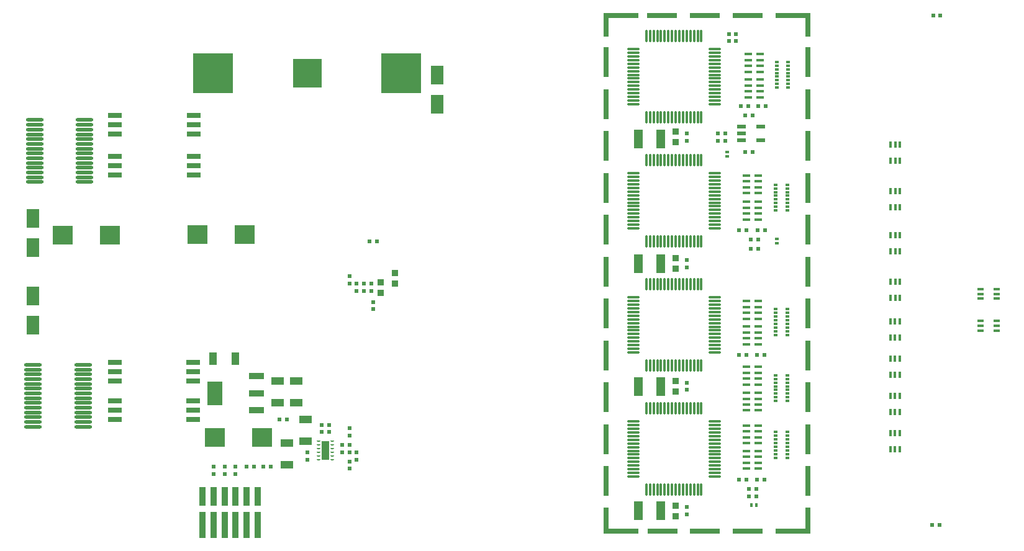
<source format=gbp>
G04*
G04 #@! TF.GenerationSoftware,Altium Limited,Altium Designer,19.0.15 (446)*
G04*
G04 Layer_Color=128*
%FSLAX25Y25*%
%MOIN*%
G70*
G01*
G75*
%ADD28R,0.03740X0.03740*%
%ADD29R,0.02362X0.01968*%
%ADD30R,0.01968X0.02362*%
%ADD32R,0.03543X0.01575*%
%ADD33R,0.06693X0.09843*%
%ADD34R,0.03937X0.07087*%
%ADD91R,0.03937X0.10433*%
G04:AMPARAMS|DCode=92|XSize=19.68mil|YSize=9.84mil|CornerRadius=2.46mil|HoleSize=0mil|Usage=FLASHONLY|Rotation=180.000|XOffset=0mil|YOffset=0mil|HoleType=Round|Shape=RoundedRectangle|*
%AMROUNDEDRECTD92*
21,1,0.01968,0.00492,0,0,180.0*
21,1,0.01476,0.00984,0,0,180.0*
1,1,0.00492,-0.00738,0.00246*
1,1,0.00492,0.00738,0.00246*
1,1,0.00492,0.00738,-0.00246*
1,1,0.00492,-0.00738,-0.00246*
%
%ADD92ROUNDEDRECTD92*%
%ADD93O,0.07087X0.01181*%
%ADD94O,0.01181X0.07087*%
%ADD95R,0.04921X0.01968*%
%ADD96R,0.08268X0.12598*%
%ADD97R,0.08268X0.03543*%
%ADD98R,0.07520X0.02992*%
%ADD99R,0.03000X0.16000*%
%ADD100R,0.15900X0.03000*%
%ADD101R,0.03000X0.12500*%
%ADD102R,0.19000X0.03000*%
%ADD103R,0.01575X0.03543*%
%ADD104O,0.09449X0.01772*%
%ADD105R,0.21654X0.21654*%
%ADD106R,0.15748X0.15748*%
%ADD107R,0.10906X0.10039*%
%ADD108R,0.02362X0.01181*%
%ADD109R,0.04724X0.09843*%
%ADD110R,0.03937X0.01575*%
%ADD111R,0.07087X0.03937*%
%ADD112R,0.03347X0.10433*%
%ADD113R,0.03347X0.13976*%
%ADD114R,0.02362X0.01575*%
%ADD115R,0.01575X0.02362*%
D28*
X400138Y386717D02*
D03*
Y392425D02*
D03*
Y318705D02*
D03*
Y324413D02*
D03*
Y252760D02*
D03*
Y258469D02*
D03*
Y185831D02*
D03*
Y191539D02*
D03*
X241673Y311618D02*
D03*
Y305909D02*
D03*
X249547Y316539D02*
D03*
Y310831D02*
D03*
D29*
X443763Y205400D02*
D03*
X447700D02*
D03*
X443863Y272300D02*
D03*
X447800D02*
D03*
X444063Y339500D02*
D03*
X448000D02*
D03*
X444400Y406200D02*
D03*
X448337D02*
D03*
X438000Y205400D02*
D03*
X434063D02*
D03*
X438000Y272300D02*
D03*
X434063D02*
D03*
X438000Y339500D02*
D03*
X434063D02*
D03*
X439000Y406200D02*
D03*
X435063D02*
D03*
X444437Y329600D02*
D03*
X440500D02*
D03*
X441476Y401284D02*
D03*
X437539D02*
D03*
X441476Y381598D02*
D03*
X437539D02*
D03*
X439508Y200496D02*
D03*
X443445D02*
D03*
X210177Y234945D02*
D03*
X214114D02*
D03*
X239705Y333370D02*
D03*
X235768D02*
D03*
X538327Y454827D02*
D03*
X542264D02*
D03*
X537933Y181205D02*
D03*
X541870D02*
D03*
X440492Y334354D02*
D03*
X444429D02*
D03*
X439508Y196559D02*
D03*
X443445D02*
D03*
X169823Y212307D02*
D03*
X173760D02*
D03*
X178681D02*
D03*
X182618D02*
D03*
X187539Y237898D02*
D03*
X191476D02*
D03*
X210177Y231008D02*
D03*
X214114D02*
D03*
D30*
X406043Y387504D02*
D03*
Y391441D02*
D03*
Y319590D02*
D03*
Y323528D02*
D03*
Y253646D02*
D03*
Y257583D02*
D03*
Y186716D02*
D03*
Y190654D02*
D03*
X422776Y391441D02*
D03*
Y387504D02*
D03*
X432500Y444900D02*
D03*
Y440963D02*
D03*
X202303Y216244D02*
D03*
Y220181D02*
D03*
X224941Y224118D02*
D03*
Y220181D02*
D03*
X221004D02*
D03*
Y224118D02*
D03*
X232815Y310732D02*
D03*
Y306795D02*
D03*
X236752Y310732D02*
D03*
Y306795D02*
D03*
X224941Y310732D02*
D03*
Y314669D02*
D03*
X237736Y296953D02*
D03*
Y300890D02*
D03*
X163917Y208370D02*
D03*
Y212307D02*
D03*
X158012Y208370D02*
D03*
Y212307D02*
D03*
X152106Y208370D02*
D03*
Y212307D02*
D03*
X426713Y391441D02*
D03*
Y387504D02*
D03*
X428700Y441000D02*
D03*
Y444937D02*
D03*
X224941Y211323D02*
D03*
Y215260D02*
D03*
X228878Y220181D02*
D03*
Y216244D02*
D03*
X224941Y229039D02*
D03*
Y232976D02*
D03*
X228878Y306795D02*
D03*
Y310732D02*
D03*
D32*
X563756Y290713D02*
D03*
Y288154D02*
D03*
Y285595D02*
D03*
X572417D02*
D03*
Y288154D02*
D03*
Y290713D02*
D03*
Y307839D02*
D03*
Y305279D02*
D03*
Y302720D02*
D03*
X563756D02*
D03*
Y305279D02*
D03*
Y307839D02*
D03*
D33*
X55256Y345772D02*
D03*
Y330024D02*
D03*
X272185Y422937D02*
D03*
Y407189D02*
D03*
X55256Y304039D02*
D03*
Y288291D02*
D03*
D34*
X151894Y270300D02*
D03*
X163706D02*
D03*
D91*
X212146Y221165D02*
D03*
D92*
X215886Y216213D02*
D03*
Y218181D02*
D03*
Y220150D02*
D03*
Y222118D02*
D03*
Y224087D02*
D03*
Y226055D02*
D03*
X208405D02*
D03*
Y224087D02*
D03*
Y222118D02*
D03*
Y220150D02*
D03*
Y218181D02*
D03*
Y216213D02*
D03*
D93*
X421004Y436717D02*
D03*
Y434748D02*
D03*
Y432780D02*
D03*
Y430811D02*
D03*
Y428843D02*
D03*
Y426874D02*
D03*
Y424905D02*
D03*
Y422937D02*
D03*
Y420968D02*
D03*
Y419000D02*
D03*
Y417031D02*
D03*
Y415063D02*
D03*
Y413095D02*
D03*
Y411126D02*
D03*
Y409158D02*
D03*
Y407189D02*
D03*
X377303D02*
D03*
Y409158D02*
D03*
Y411126D02*
D03*
Y413095D02*
D03*
Y415063D02*
D03*
Y417031D02*
D03*
Y419000D02*
D03*
Y420968D02*
D03*
Y422937D02*
D03*
Y424905D02*
D03*
Y426874D02*
D03*
Y428843D02*
D03*
Y430811D02*
D03*
Y432780D02*
D03*
Y434748D02*
D03*
Y436717D02*
D03*
X421004Y236669D02*
D03*
Y234701D02*
D03*
Y232732D02*
D03*
Y230764D02*
D03*
Y228795D02*
D03*
Y226827D02*
D03*
Y224858D02*
D03*
Y222890D02*
D03*
Y220921D02*
D03*
Y218953D02*
D03*
Y216984D02*
D03*
Y215016D02*
D03*
Y213047D02*
D03*
Y211079D02*
D03*
Y209110D02*
D03*
Y207142D02*
D03*
X377303D02*
D03*
Y209110D02*
D03*
Y211079D02*
D03*
Y213047D02*
D03*
Y215016D02*
D03*
Y216984D02*
D03*
Y218953D02*
D03*
Y220921D02*
D03*
Y222890D02*
D03*
Y224858D02*
D03*
Y226827D02*
D03*
Y228795D02*
D03*
Y230764D02*
D03*
Y232732D02*
D03*
Y234701D02*
D03*
Y236669D02*
D03*
X421004Y303352D02*
D03*
Y301383D02*
D03*
Y299415D02*
D03*
Y297446D02*
D03*
Y295478D02*
D03*
Y293509D02*
D03*
Y291541D02*
D03*
Y289572D02*
D03*
Y287604D02*
D03*
Y285635D02*
D03*
Y283667D02*
D03*
Y281698D02*
D03*
Y279730D02*
D03*
Y277761D02*
D03*
Y275793D02*
D03*
Y273824D02*
D03*
X377303D02*
D03*
Y275793D02*
D03*
Y277761D02*
D03*
Y279730D02*
D03*
Y281698D02*
D03*
Y283667D02*
D03*
Y285635D02*
D03*
Y287604D02*
D03*
Y289572D02*
D03*
Y291541D02*
D03*
Y293509D02*
D03*
Y295478D02*
D03*
Y297446D02*
D03*
Y299415D02*
D03*
Y301383D02*
D03*
Y303352D02*
D03*
X421004Y370034D02*
D03*
Y368066D02*
D03*
Y366097D02*
D03*
Y364129D02*
D03*
Y362160D02*
D03*
Y360192D02*
D03*
Y358223D02*
D03*
Y356255D02*
D03*
Y354286D02*
D03*
Y352318D02*
D03*
Y350349D02*
D03*
Y348381D02*
D03*
Y346412D02*
D03*
Y344444D02*
D03*
Y342475D02*
D03*
Y340507D02*
D03*
X377303D02*
D03*
Y342475D02*
D03*
Y344444D02*
D03*
Y346412D02*
D03*
Y348381D02*
D03*
Y350349D02*
D03*
Y352318D02*
D03*
Y354286D02*
D03*
Y356255D02*
D03*
Y358223D02*
D03*
Y360192D02*
D03*
Y362160D02*
D03*
Y364129D02*
D03*
Y366097D02*
D03*
Y368066D02*
D03*
Y370034D02*
D03*
D94*
X413917Y400102D02*
D03*
X411949D02*
D03*
X409980D02*
D03*
X408012D02*
D03*
X406043D02*
D03*
X404075D02*
D03*
X402106D02*
D03*
X400138D02*
D03*
X398169D02*
D03*
X396201D02*
D03*
X394232D02*
D03*
X392264D02*
D03*
X390295D02*
D03*
X388327D02*
D03*
X386358D02*
D03*
X384390D02*
D03*
Y443803D02*
D03*
X386358D02*
D03*
X388327D02*
D03*
X390295D02*
D03*
X392264D02*
D03*
X394232D02*
D03*
X396201D02*
D03*
X398169D02*
D03*
X400138D02*
D03*
X402106D02*
D03*
X404075D02*
D03*
X406043D02*
D03*
X408012D02*
D03*
X409980D02*
D03*
X411949D02*
D03*
X413917D02*
D03*
Y200055D02*
D03*
X411949D02*
D03*
X409980D02*
D03*
X408012D02*
D03*
X406043D02*
D03*
X404075D02*
D03*
X402106D02*
D03*
X400138D02*
D03*
X398169D02*
D03*
X396201D02*
D03*
X394232D02*
D03*
X392264D02*
D03*
X390295D02*
D03*
X388327D02*
D03*
X386358D02*
D03*
X384390D02*
D03*
Y243756D02*
D03*
X386358D02*
D03*
X388327D02*
D03*
X390295D02*
D03*
X392264D02*
D03*
X394232D02*
D03*
X396201D02*
D03*
X398169D02*
D03*
X400138D02*
D03*
X402106D02*
D03*
X404075D02*
D03*
X406043D02*
D03*
X408012D02*
D03*
X409980D02*
D03*
X411949D02*
D03*
X413917D02*
D03*
Y266738D02*
D03*
X411949D02*
D03*
X409980D02*
D03*
X408012D02*
D03*
X406043D02*
D03*
X404075D02*
D03*
X402106D02*
D03*
X400138D02*
D03*
X398169D02*
D03*
X396201D02*
D03*
X394232D02*
D03*
X392264D02*
D03*
X390295D02*
D03*
X388327D02*
D03*
X386358D02*
D03*
X384390D02*
D03*
Y310438D02*
D03*
X386358D02*
D03*
X388327D02*
D03*
X390295D02*
D03*
X392264D02*
D03*
X394232D02*
D03*
X396201D02*
D03*
X398169D02*
D03*
X400138D02*
D03*
X402106D02*
D03*
X404075D02*
D03*
X406043D02*
D03*
X408012D02*
D03*
X409980D02*
D03*
X411949D02*
D03*
X413917D02*
D03*
Y333420D02*
D03*
X411949D02*
D03*
X409980D02*
D03*
X408012D02*
D03*
X406043D02*
D03*
X404075D02*
D03*
X402106D02*
D03*
X400138D02*
D03*
X398169D02*
D03*
X396201D02*
D03*
X394232D02*
D03*
X392264D02*
D03*
X390295D02*
D03*
X388327D02*
D03*
X386358D02*
D03*
X384390D02*
D03*
Y377121D02*
D03*
X386358D02*
D03*
X388327D02*
D03*
X390295D02*
D03*
X392264D02*
D03*
X394232D02*
D03*
X396201D02*
D03*
X398169D02*
D03*
X400138D02*
D03*
X402106D02*
D03*
X404075D02*
D03*
X406043D02*
D03*
X408012D02*
D03*
X409980D02*
D03*
X411949D02*
D03*
X413917D02*
D03*
D95*
X445886Y395181D02*
D03*
Y387701D02*
D03*
X435571Y395181D02*
D03*
Y391441D02*
D03*
Y387701D02*
D03*
D96*
X152680Y251900D02*
D03*
D97*
X175120Y242845D02*
D03*
Y251900D02*
D03*
Y260955D02*
D03*
D98*
X98957Y247898D02*
D03*
Y242898D02*
D03*
Y237898D02*
D03*
X141240D02*
D03*
Y242898D02*
D03*
Y247898D02*
D03*
X141476Y391047D02*
D03*
Y396047D02*
D03*
Y401047D02*
D03*
X99193D02*
D03*
Y396047D02*
D03*
Y391047D02*
D03*
X141240Y258410D02*
D03*
Y263409D02*
D03*
Y268409D02*
D03*
X98957D02*
D03*
Y263409D02*
D03*
Y258410D02*
D03*
X99193Y379236D02*
D03*
Y374236D02*
D03*
Y369236D02*
D03*
X141476D02*
D03*
Y374236D02*
D03*
Y379236D02*
D03*
D99*
X471004Y204630D02*
D03*
Y227130D02*
D03*
Y249630D02*
D03*
Y272130D02*
D03*
Y294630D02*
D03*
Y317130D02*
D03*
Y339630D02*
D03*
Y362130D02*
D03*
Y384630D02*
D03*
Y407130D02*
D03*
Y429630D02*
D03*
X362804Y204630D02*
D03*
Y227130D02*
D03*
Y249630D02*
D03*
Y272130D02*
D03*
Y294630D02*
D03*
Y317130D02*
D03*
Y339630D02*
D03*
Y362130D02*
D03*
Y384630D02*
D03*
Y407130D02*
D03*
Y429630D02*
D03*
D100*
X438704Y177630D02*
D03*
X415804D02*
D03*
X393004D02*
D03*
X438704Y454630D02*
D03*
X415804D02*
D03*
X392904D02*
D03*
D101*
X471004Y184130D02*
D03*
X362804D02*
D03*
Y449830D02*
D03*
X471004D02*
D03*
D102*
X463004Y177630D02*
D03*
X370804D02*
D03*
Y454630D02*
D03*
X463004D02*
D03*
D103*
X515433Y385417D02*
D03*
X517992D02*
D03*
X520551D02*
D03*
Y376756D02*
D03*
X517992D02*
D03*
X515433D02*
D03*
X515315Y221756D02*
D03*
X517874D02*
D03*
X520433D02*
D03*
Y230417D02*
D03*
X517874D02*
D03*
X515315D02*
D03*
Y270417D02*
D03*
X517874D02*
D03*
X520433D02*
D03*
Y261756D02*
D03*
X517874D02*
D03*
X515315D02*
D03*
X515433Y303095D02*
D03*
X517992D02*
D03*
X520551D02*
D03*
Y311756D02*
D03*
X517992D02*
D03*
X515433D02*
D03*
Y360417D02*
D03*
X517992D02*
D03*
X520551D02*
D03*
Y351756D02*
D03*
X517992D02*
D03*
X515433D02*
D03*
X515315Y241756D02*
D03*
X517874D02*
D03*
X520433D02*
D03*
Y250417D02*
D03*
X517874D02*
D03*
X515315D02*
D03*
Y290417D02*
D03*
X517874D02*
D03*
X520433D02*
D03*
Y281756D02*
D03*
X517874D02*
D03*
X515315D02*
D03*
X515433Y328095D02*
D03*
X517992D02*
D03*
X520551D02*
D03*
Y336756D02*
D03*
X517992D02*
D03*
X515433D02*
D03*
D104*
X82028Y267130D02*
D03*
Y264571D02*
D03*
Y262012D02*
D03*
Y259453D02*
D03*
Y256894D02*
D03*
Y254335D02*
D03*
Y251776D02*
D03*
Y249217D02*
D03*
Y246657D02*
D03*
Y244098D02*
D03*
Y241539D02*
D03*
Y238980D02*
D03*
Y236421D02*
D03*
Y233862D02*
D03*
X55256Y267130D02*
D03*
Y264571D02*
D03*
Y262012D02*
D03*
Y259453D02*
D03*
Y256894D02*
D03*
Y254335D02*
D03*
Y251776D02*
D03*
Y249217D02*
D03*
Y246657D02*
D03*
Y244098D02*
D03*
Y241539D02*
D03*
Y238980D02*
D03*
Y236421D02*
D03*
Y233862D02*
D03*
X82815Y398626D02*
D03*
Y396067D02*
D03*
Y393508D02*
D03*
Y390949D02*
D03*
Y388390D02*
D03*
Y385831D02*
D03*
Y383272D02*
D03*
Y380713D02*
D03*
Y378153D02*
D03*
Y375594D02*
D03*
Y373035D02*
D03*
Y370476D02*
D03*
Y367917D02*
D03*
Y365358D02*
D03*
X56043Y398626D02*
D03*
Y396067D02*
D03*
Y393508D02*
D03*
Y390949D02*
D03*
Y388390D02*
D03*
Y385831D02*
D03*
Y383272D02*
D03*
Y380713D02*
D03*
Y378153D02*
D03*
Y375594D02*
D03*
Y373035D02*
D03*
Y370476D02*
D03*
Y367917D02*
D03*
Y365358D02*
D03*
D105*
X252697Y423921D02*
D03*
X151909D02*
D03*
D106*
X202303D02*
D03*
D107*
X168754Y337000D02*
D03*
X143400D02*
D03*
X152900Y228200D02*
D03*
X178254D02*
D03*
X71046Y336900D02*
D03*
X96400D02*
D03*
D108*
X453878Y261520D02*
D03*
Y259551D02*
D03*
Y257583D02*
D03*
Y255614D02*
D03*
Y253646D02*
D03*
Y251677D02*
D03*
Y249709D02*
D03*
Y247740D02*
D03*
X460177Y261520D02*
D03*
Y259551D02*
D03*
Y257583D02*
D03*
Y255614D02*
D03*
Y253646D02*
D03*
Y251677D02*
D03*
Y249709D02*
D03*
Y247740D02*
D03*
X454272Y429827D02*
D03*
Y427858D02*
D03*
Y425890D02*
D03*
Y423921D02*
D03*
Y421953D02*
D03*
Y419984D02*
D03*
Y418016D02*
D03*
Y416047D02*
D03*
X460571Y429827D02*
D03*
Y427858D02*
D03*
Y425890D02*
D03*
Y423921D02*
D03*
Y421953D02*
D03*
Y419984D02*
D03*
Y418016D02*
D03*
Y416047D02*
D03*
X460177Y350102D02*
D03*
Y352071D02*
D03*
Y354039D02*
D03*
Y356008D02*
D03*
Y357976D02*
D03*
Y359945D02*
D03*
Y361913D02*
D03*
Y363882D02*
D03*
X453878Y350102D02*
D03*
Y352071D02*
D03*
Y354039D02*
D03*
Y356008D02*
D03*
Y357976D02*
D03*
Y359945D02*
D03*
Y361913D02*
D03*
Y363882D02*
D03*
Y296953D02*
D03*
Y294984D02*
D03*
Y293016D02*
D03*
Y291047D02*
D03*
Y289079D02*
D03*
Y287110D02*
D03*
Y285142D02*
D03*
Y283173D02*
D03*
X460177Y296953D02*
D03*
Y294984D02*
D03*
Y293016D02*
D03*
Y291047D02*
D03*
Y289079D02*
D03*
Y287110D02*
D03*
Y285142D02*
D03*
Y283173D02*
D03*
Y217228D02*
D03*
Y219197D02*
D03*
Y221165D02*
D03*
Y223134D02*
D03*
Y225102D02*
D03*
Y227071D02*
D03*
Y229039D02*
D03*
Y231008D02*
D03*
X453878Y217228D02*
D03*
Y219197D02*
D03*
Y221165D02*
D03*
Y223134D02*
D03*
Y225102D02*
D03*
Y227071D02*
D03*
Y229039D02*
D03*
Y231008D02*
D03*
D109*
X392264Y188685D02*
D03*
X380059D02*
D03*
X392264Y388488D02*
D03*
X380059D02*
D03*
X392264Y321559D02*
D03*
X380059D02*
D03*
X392264Y255614D02*
D03*
X380059D02*
D03*
D110*
X444429Y242622D02*
D03*
Y245772D02*
D03*
Y248921D02*
D03*
Y252071D02*
D03*
X438130Y242622D02*
D03*
Y245772D02*
D03*
Y248921D02*
D03*
Y252071D02*
D03*
X445413Y410929D02*
D03*
Y414079D02*
D03*
Y417228D02*
D03*
Y420378D02*
D03*
X439114Y410929D02*
D03*
Y414079D02*
D03*
Y417228D02*
D03*
Y420378D02*
D03*
X444429Y345181D02*
D03*
Y348331D02*
D03*
Y351480D02*
D03*
Y354630D02*
D03*
X438130Y345181D02*
D03*
Y348331D02*
D03*
Y351480D02*
D03*
Y354630D02*
D03*
X444429Y278252D02*
D03*
Y281402D02*
D03*
Y284551D02*
D03*
Y287701D02*
D03*
X438130Y278252D02*
D03*
Y281402D02*
D03*
Y284551D02*
D03*
Y287701D02*
D03*
X444429Y211323D02*
D03*
Y214472D02*
D03*
Y217622D02*
D03*
Y220772D02*
D03*
X438130Y211323D02*
D03*
Y214472D02*
D03*
Y217622D02*
D03*
Y220772D02*
D03*
X445413Y424512D02*
D03*
Y427661D02*
D03*
Y430811D02*
D03*
Y433961D02*
D03*
X439114Y424512D02*
D03*
Y427661D02*
D03*
Y430811D02*
D03*
Y433961D02*
D03*
X444429Y359354D02*
D03*
Y362504D02*
D03*
Y365653D02*
D03*
Y368803D02*
D03*
X438130Y359354D02*
D03*
Y362504D02*
D03*
Y365653D02*
D03*
Y368803D02*
D03*
X444399Y291951D02*
D03*
Y295101D02*
D03*
Y298250D02*
D03*
Y301400D02*
D03*
X438100Y291951D02*
D03*
Y295101D02*
D03*
Y298250D02*
D03*
Y301400D02*
D03*
X444429Y225102D02*
D03*
Y228252D02*
D03*
Y231402D02*
D03*
Y234551D02*
D03*
X438130Y225102D02*
D03*
Y228252D02*
D03*
Y231402D02*
D03*
Y234551D02*
D03*
X444429Y256598D02*
D03*
Y259748D02*
D03*
Y262898D02*
D03*
Y266047D02*
D03*
X438130Y256598D02*
D03*
Y259748D02*
D03*
Y262898D02*
D03*
Y266047D02*
D03*
D111*
X201319Y237798D02*
D03*
Y225987D02*
D03*
X191476Y225202D02*
D03*
Y213391D02*
D03*
X186555Y246656D02*
D03*
Y258467D02*
D03*
X196398Y246656D02*
D03*
Y258467D02*
D03*
D112*
X175728Y196559D02*
D03*
X169823D02*
D03*
X163917D02*
D03*
X158012D02*
D03*
X152106D02*
D03*
X146201D02*
D03*
D113*
X175728Y181159D02*
D03*
X169823D02*
D03*
X163917D02*
D03*
X158012D02*
D03*
X152106D02*
D03*
X146201D02*
D03*
D114*
X427697Y379039D02*
D03*
Y381598D02*
D03*
X454272Y332386D02*
D03*
Y334945D02*
D03*
D115*
X443445Y191638D02*
D03*
X440886D02*
D03*
M02*

</source>
